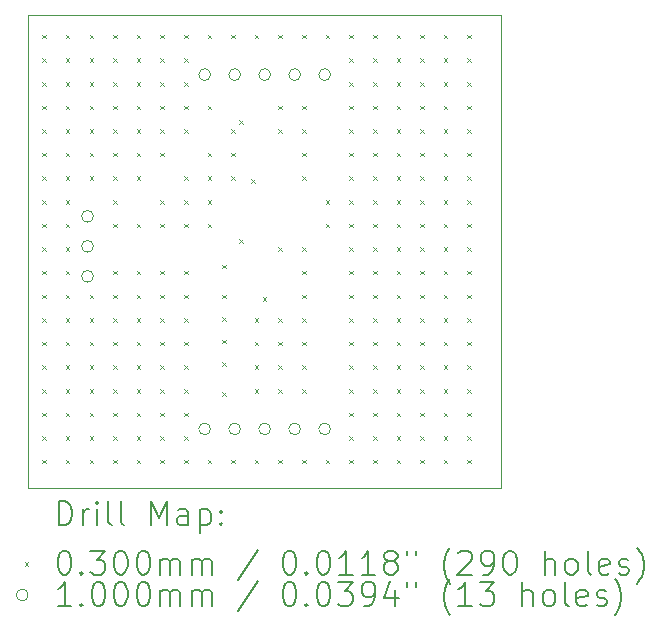
<source format=gbr>
%TF.GenerationSoftware,KiCad,Pcbnew,8.0.6*%
%TF.CreationDate,2025-08-21T09:45:11+02:00*%
%TF.ProjectId,StackBoard_OPA836,53746163-6b42-46f6-9172-645f4f504138,rev?*%
%TF.SameCoordinates,Original*%
%TF.FileFunction,Drillmap*%
%TF.FilePolarity,Positive*%
%FSLAX45Y45*%
G04 Gerber Fmt 4.5, Leading zero omitted, Abs format (unit mm)*
G04 Created by KiCad (PCBNEW 8.0.6) date 2025-08-21 09:45:11*
%MOMM*%
%LPD*%
G01*
G04 APERTURE LIST*
%ADD10C,0.050000*%
%ADD11C,0.200000*%
%ADD12C,0.100000*%
G04 APERTURE END LIST*
D10*
X14600000Y-10700000D02*
X18600000Y-10700000D01*
X18600000Y-14700000D01*
X14600000Y-14700000D01*
X14600000Y-10700000D01*
D11*
D12*
X14717000Y-10863000D02*
X14747000Y-10893000D01*
X14747000Y-10863000D02*
X14717000Y-10893000D01*
X14717000Y-11063000D02*
X14747000Y-11093000D01*
X14747000Y-11063000D02*
X14717000Y-11093000D01*
X14717000Y-11263000D02*
X14747000Y-11293000D01*
X14747000Y-11263000D02*
X14717000Y-11293000D01*
X14717000Y-11463000D02*
X14747000Y-11493000D01*
X14747000Y-11463000D02*
X14717000Y-11493000D01*
X14717000Y-11663000D02*
X14747000Y-11693000D01*
X14747000Y-11663000D02*
X14717000Y-11693000D01*
X14717000Y-11863000D02*
X14747000Y-11893000D01*
X14747000Y-11863000D02*
X14717000Y-11893000D01*
X14717000Y-12063000D02*
X14747000Y-12093000D01*
X14747000Y-12063000D02*
X14717000Y-12093000D01*
X14717000Y-12263000D02*
X14747000Y-12293000D01*
X14747000Y-12263000D02*
X14717000Y-12293000D01*
X14717000Y-12463000D02*
X14747000Y-12493000D01*
X14747000Y-12463000D02*
X14717000Y-12493000D01*
X14717000Y-12663000D02*
X14747000Y-12693000D01*
X14747000Y-12663000D02*
X14717000Y-12693000D01*
X14717000Y-12863000D02*
X14747000Y-12893000D01*
X14747000Y-12863000D02*
X14717000Y-12893000D01*
X14717000Y-13063000D02*
X14747000Y-13093000D01*
X14747000Y-13063000D02*
X14717000Y-13093000D01*
X14717000Y-13263000D02*
X14747000Y-13293000D01*
X14747000Y-13263000D02*
X14717000Y-13293000D01*
X14717000Y-13463000D02*
X14747000Y-13493000D01*
X14747000Y-13463000D02*
X14717000Y-13493000D01*
X14717000Y-13663000D02*
X14747000Y-13693000D01*
X14747000Y-13663000D02*
X14717000Y-13693000D01*
X14717000Y-13863000D02*
X14747000Y-13893000D01*
X14747000Y-13863000D02*
X14717000Y-13893000D01*
X14717000Y-14063000D02*
X14747000Y-14093000D01*
X14747000Y-14063000D02*
X14717000Y-14093000D01*
X14717000Y-14263000D02*
X14747000Y-14293000D01*
X14747000Y-14263000D02*
X14717000Y-14293000D01*
X14717000Y-14463000D02*
X14747000Y-14493000D01*
X14747000Y-14463000D02*
X14717000Y-14493000D01*
X14917000Y-10863000D02*
X14947000Y-10893000D01*
X14947000Y-10863000D02*
X14917000Y-10893000D01*
X14917000Y-11063000D02*
X14947000Y-11093000D01*
X14947000Y-11063000D02*
X14917000Y-11093000D01*
X14917000Y-11263000D02*
X14947000Y-11293000D01*
X14947000Y-11263000D02*
X14917000Y-11293000D01*
X14917000Y-11463000D02*
X14947000Y-11493000D01*
X14947000Y-11463000D02*
X14917000Y-11493000D01*
X14917000Y-11663000D02*
X14947000Y-11693000D01*
X14947000Y-11663000D02*
X14917000Y-11693000D01*
X14917000Y-11863000D02*
X14947000Y-11893000D01*
X14947000Y-11863000D02*
X14917000Y-11893000D01*
X14917000Y-12063000D02*
X14947000Y-12093000D01*
X14947000Y-12063000D02*
X14917000Y-12093000D01*
X14917000Y-12263000D02*
X14947000Y-12293000D01*
X14947000Y-12263000D02*
X14917000Y-12293000D01*
X14917000Y-12463000D02*
X14947000Y-12493000D01*
X14947000Y-12463000D02*
X14917000Y-12493000D01*
X14917000Y-12663000D02*
X14947000Y-12693000D01*
X14947000Y-12663000D02*
X14917000Y-12693000D01*
X14917000Y-12863000D02*
X14947000Y-12893000D01*
X14947000Y-12863000D02*
X14917000Y-12893000D01*
X14917000Y-13063000D02*
X14947000Y-13093000D01*
X14947000Y-13063000D02*
X14917000Y-13093000D01*
X14917000Y-13263000D02*
X14947000Y-13293000D01*
X14947000Y-13263000D02*
X14917000Y-13293000D01*
X14917000Y-13463000D02*
X14947000Y-13493000D01*
X14947000Y-13463000D02*
X14917000Y-13493000D01*
X14917000Y-13663000D02*
X14947000Y-13693000D01*
X14947000Y-13663000D02*
X14917000Y-13693000D01*
X14917000Y-13863000D02*
X14947000Y-13893000D01*
X14947000Y-13863000D02*
X14917000Y-13893000D01*
X14917000Y-14063000D02*
X14947000Y-14093000D01*
X14947000Y-14063000D02*
X14917000Y-14093000D01*
X14917000Y-14263000D02*
X14947000Y-14293000D01*
X14947000Y-14263000D02*
X14917000Y-14293000D01*
X14917000Y-14463000D02*
X14947000Y-14493000D01*
X14947000Y-14463000D02*
X14917000Y-14493000D01*
X15117000Y-10863000D02*
X15147000Y-10893000D01*
X15147000Y-10863000D02*
X15117000Y-10893000D01*
X15117000Y-11063000D02*
X15147000Y-11093000D01*
X15147000Y-11063000D02*
X15117000Y-11093000D01*
X15117000Y-11263000D02*
X15147000Y-11293000D01*
X15147000Y-11263000D02*
X15117000Y-11293000D01*
X15117000Y-11463000D02*
X15147000Y-11493000D01*
X15147000Y-11463000D02*
X15117000Y-11493000D01*
X15117000Y-11663000D02*
X15147000Y-11693000D01*
X15147000Y-11663000D02*
X15117000Y-11693000D01*
X15117000Y-11863000D02*
X15147000Y-11893000D01*
X15147000Y-11863000D02*
X15117000Y-11893000D01*
X15117000Y-12063000D02*
X15147000Y-12093000D01*
X15147000Y-12063000D02*
X15117000Y-12093000D01*
X15117000Y-13063000D02*
X15147000Y-13093000D01*
X15147000Y-13063000D02*
X15117000Y-13093000D01*
X15117000Y-13263000D02*
X15147000Y-13293000D01*
X15147000Y-13263000D02*
X15117000Y-13293000D01*
X15117000Y-13463000D02*
X15147000Y-13493000D01*
X15147000Y-13463000D02*
X15117000Y-13493000D01*
X15117000Y-13663000D02*
X15147000Y-13693000D01*
X15147000Y-13663000D02*
X15117000Y-13693000D01*
X15117000Y-13863000D02*
X15147000Y-13893000D01*
X15147000Y-13863000D02*
X15117000Y-13893000D01*
X15117000Y-14063000D02*
X15147000Y-14093000D01*
X15147000Y-14063000D02*
X15117000Y-14093000D01*
X15117000Y-14263000D02*
X15147000Y-14293000D01*
X15147000Y-14263000D02*
X15117000Y-14293000D01*
X15117000Y-14463000D02*
X15147000Y-14493000D01*
X15147000Y-14463000D02*
X15117000Y-14493000D01*
X15317000Y-10863000D02*
X15347000Y-10893000D01*
X15347000Y-10863000D02*
X15317000Y-10893000D01*
X15317000Y-11063000D02*
X15347000Y-11093000D01*
X15347000Y-11063000D02*
X15317000Y-11093000D01*
X15317000Y-11263000D02*
X15347000Y-11293000D01*
X15347000Y-11263000D02*
X15317000Y-11293000D01*
X15317000Y-11463000D02*
X15347000Y-11493000D01*
X15347000Y-11463000D02*
X15317000Y-11493000D01*
X15317000Y-11663000D02*
X15347000Y-11693000D01*
X15347000Y-11663000D02*
X15317000Y-11693000D01*
X15317000Y-11863000D02*
X15347000Y-11893000D01*
X15347000Y-11863000D02*
X15317000Y-11893000D01*
X15317000Y-12063000D02*
X15347000Y-12093000D01*
X15347000Y-12063000D02*
X15317000Y-12093000D01*
X15317000Y-12263000D02*
X15347000Y-12293000D01*
X15347000Y-12263000D02*
X15317000Y-12293000D01*
X15317000Y-12463000D02*
X15347000Y-12493000D01*
X15347000Y-12463000D02*
X15317000Y-12493000D01*
X15317000Y-12863000D02*
X15347000Y-12893000D01*
X15347000Y-12863000D02*
X15317000Y-12893000D01*
X15317000Y-13063000D02*
X15347000Y-13093000D01*
X15347000Y-13063000D02*
X15317000Y-13093000D01*
X15317000Y-13263000D02*
X15347000Y-13293000D01*
X15347000Y-13263000D02*
X15317000Y-13293000D01*
X15317000Y-13463000D02*
X15347000Y-13493000D01*
X15347000Y-13463000D02*
X15317000Y-13493000D01*
X15317000Y-13663000D02*
X15347000Y-13693000D01*
X15347000Y-13663000D02*
X15317000Y-13693000D01*
X15317000Y-13863000D02*
X15347000Y-13893000D01*
X15347000Y-13863000D02*
X15317000Y-13893000D01*
X15317000Y-14063000D02*
X15347000Y-14093000D01*
X15347000Y-14063000D02*
X15317000Y-14093000D01*
X15317000Y-14263000D02*
X15347000Y-14293000D01*
X15347000Y-14263000D02*
X15317000Y-14293000D01*
X15317000Y-14463000D02*
X15347000Y-14493000D01*
X15347000Y-14463000D02*
X15317000Y-14493000D01*
X15517000Y-10863000D02*
X15547000Y-10893000D01*
X15547000Y-10863000D02*
X15517000Y-10893000D01*
X15517000Y-11063000D02*
X15547000Y-11093000D01*
X15547000Y-11063000D02*
X15517000Y-11093000D01*
X15517000Y-11263000D02*
X15547000Y-11293000D01*
X15547000Y-11263000D02*
X15517000Y-11293000D01*
X15517000Y-11463000D02*
X15547000Y-11493000D01*
X15547000Y-11463000D02*
X15517000Y-11493000D01*
X15517000Y-11663000D02*
X15547000Y-11693000D01*
X15547000Y-11663000D02*
X15517000Y-11693000D01*
X15517000Y-11863000D02*
X15547000Y-11893000D01*
X15547000Y-11863000D02*
X15517000Y-11893000D01*
X15517000Y-12063000D02*
X15547000Y-12093000D01*
X15547000Y-12063000D02*
X15517000Y-12093000D01*
X15517000Y-12463000D02*
X15547000Y-12493000D01*
X15547000Y-12463000D02*
X15517000Y-12493000D01*
X15517000Y-12863000D02*
X15547000Y-12893000D01*
X15547000Y-12863000D02*
X15517000Y-12893000D01*
X15517000Y-13063000D02*
X15547000Y-13093000D01*
X15547000Y-13063000D02*
X15517000Y-13093000D01*
X15517000Y-13263000D02*
X15547000Y-13293000D01*
X15547000Y-13263000D02*
X15517000Y-13293000D01*
X15517000Y-13463000D02*
X15547000Y-13493000D01*
X15547000Y-13463000D02*
X15517000Y-13493000D01*
X15517000Y-13663000D02*
X15547000Y-13693000D01*
X15547000Y-13663000D02*
X15517000Y-13693000D01*
X15517000Y-13863000D02*
X15547000Y-13893000D01*
X15547000Y-13863000D02*
X15517000Y-13893000D01*
X15517000Y-14063000D02*
X15547000Y-14093000D01*
X15547000Y-14063000D02*
X15517000Y-14093000D01*
X15517000Y-14263000D02*
X15547000Y-14293000D01*
X15547000Y-14263000D02*
X15517000Y-14293000D01*
X15517000Y-14463000D02*
X15547000Y-14493000D01*
X15547000Y-14463000D02*
X15517000Y-14493000D01*
X15717000Y-10863000D02*
X15747000Y-10893000D01*
X15747000Y-10863000D02*
X15717000Y-10893000D01*
X15717000Y-11063000D02*
X15747000Y-11093000D01*
X15747000Y-11063000D02*
X15717000Y-11093000D01*
X15717000Y-11263000D02*
X15747000Y-11293000D01*
X15747000Y-11263000D02*
X15717000Y-11293000D01*
X15717000Y-11463000D02*
X15747000Y-11493000D01*
X15747000Y-11463000D02*
X15717000Y-11493000D01*
X15717000Y-11663000D02*
X15747000Y-11693000D01*
X15747000Y-11663000D02*
X15717000Y-11693000D01*
X15717000Y-11863000D02*
X15747000Y-11893000D01*
X15747000Y-11863000D02*
X15717000Y-11893000D01*
X15717000Y-12263000D02*
X15747000Y-12293000D01*
X15747000Y-12263000D02*
X15717000Y-12293000D01*
X15717000Y-12463000D02*
X15747000Y-12493000D01*
X15747000Y-12463000D02*
X15717000Y-12493000D01*
X15717000Y-12863000D02*
X15747000Y-12893000D01*
X15747000Y-12863000D02*
X15717000Y-12893000D01*
X15717000Y-13063000D02*
X15747000Y-13093000D01*
X15747000Y-13063000D02*
X15717000Y-13093000D01*
X15717000Y-13263000D02*
X15747000Y-13293000D01*
X15747000Y-13263000D02*
X15717000Y-13293000D01*
X15717000Y-13463000D02*
X15747000Y-13493000D01*
X15747000Y-13463000D02*
X15717000Y-13493000D01*
X15717000Y-13663000D02*
X15747000Y-13693000D01*
X15747000Y-13663000D02*
X15717000Y-13693000D01*
X15717000Y-13863000D02*
X15747000Y-13893000D01*
X15747000Y-13863000D02*
X15717000Y-13893000D01*
X15717000Y-14063000D02*
X15747000Y-14093000D01*
X15747000Y-14063000D02*
X15717000Y-14093000D01*
X15717000Y-14263000D02*
X15747000Y-14293000D01*
X15747000Y-14263000D02*
X15717000Y-14293000D01*
X15717000Y-14463000D02*
X15747000Y-14493000D01*
X15747000Y-14463000D02*
X15717000Y-14493000D01*
X15917000Y-10863000D02*
X15947000Y-10893000D01*
X15947000Y-10863000D02*
X15917000Y-10893000D01*
X15917000Y-11063000D02*
X15947000Y-11093000D01*
X15947000Y-11063000D02*
X15917000Y-11093000D01*
X15917000Y-11263000D02*
X15947000Y-11293000D01*
X15947000Y-11263000D02*
X15917000Y-11293000D01*
X15917000Y-11463000D02*
X15947000Y-11493000D01*
X15947000Y-11463000D02*
X15917000Y-11493000D01*
X15917000Y-11663000D02*
X15947000Y-11693000D01*
X15947000Y-11663000D02*
X15917000Y-11693000D01*
X15917000Y-12063000D02*
X15947000Y-12093000D01*
X15947000Y-12063000D02*
X15917000Y-12093000D01*
X15917000Y-12263000D02*
X15947000Y-12293000D01*
X15947000Y-12263000D02*
X15917000Y-12293000D01*
X15917000Y-12463000D02*
X15947000Y-12493000D01*
X15947000Y-12463000D02*
X15917000Y-12493000D01*
X15917000Y-12863000D02*
X15947000Y-12893000D01*
X15947000Y-12863000D02*
X15917000Y-12893000D01*
X15917000Y-13063000D02*
X15947000Y-13093000D01*
X15947000Y-13063000D02*
X15917000Y-13093000D01*
X15917000Y-13263000D02*
X15947000Y-13293000D01*
X15947000Y-13263000D02*
X15917000Y-13293000D01*
X15917000Y-13463000D02*
X15947000Y-13493000D01*
X15947000Y-13463000D02*
X15917000Y-13493000D01*
X15917000Y-13663000D02*
X15947000Y-13693000D01*
X15947000Y-13663000D02*
X15917000Y-13693000D01*
X15917000Y-13863000D02*
X15947000Y-13893000D01*
X15947000Y-13863000D02*
X15917000Y-13893000D01*
X15917000Y-14063000D02*
X15947000Y-14093000D01*
X15947000Y-14063000D02*
X15917000Y-14093000D01*
X15917000Y-14263000D02*
X15947000Y-14293000D01*
X15947000Y-14263000D02*
X15917000Y-14293000D01*
X15917000Y-14463000D02*
X15947000Y-14493000D01*
X15947000Y-14463000D02*
X15917000Y-14493000D01*
X16117000Y-10863000D02*
X16147000Y-10893000D01*
X16147000Y-10863000D02*
X16117000Y-10893000D01*
X16117000Y-11463000D02*
X16147000Y-11493000D01*
X16147000Y-11463000D02*
X16117000Y-11493000D01*
X16117000Y-11863000D02*
X16147000Y-11893000D01*
X16147000Y-11863000D02*
X16117000Y-11893000D01*
X16117000Y-12063000D02*
X16147000Y-12093000D01*
X16147000Y-12063000D02*
X16117000Y-12093000D01*
X16117000Y-12263000D02*
X16147000Y-12293000D01*
X16147000Y-12263000D02*
X16117000Y-12293000D01*
X16117000Y-12463000D02*
X16147000Y-12493000D01*
X16147000Y-12463000D02*
X16117000Y-12493000D01*
X16117000Y-14463000D02*
X16147000Y-14493000D01*
X16147000Y-14463000D02*
X16117000Y-14493000D01*
X16241000Y-12812000D02*
X16271000Y-12842000D01*
X16271000Y-12812000D02*
X16241000Y-12842000D01*
X16241000Y-13066000D02*
X16271000Y-13096000D01*
X16271000Y-13066000D02*
X16241000Y-13096000D01*
X16241000Y-13256500D02*
X16271000Y-13286500D01*
X16271000Y-13256500D02*
X16241000Y-13286500D01*
X16241000Y-13447000D02*
X16271000Y-13477000D01*
X16271000Y-13447000D02*
X16241000Y-13477000D01*
X16241000Y-13637500D02*
X16271000Y-13667500D01*
X16271000Y-13637500D02*
X16241000Y-13667500D01*
X16241000Y-13891500D02*
X16271000Y-13921500D01*
X16271000Y-13891500D02*
X16241000Y-13921500D01*
X16317000Y-10863000D02*
X16347000Y-10893000D01*
X16347000Y-10863000D02*
X16317000Y-10893000D01*
X16317000Y-11663000D02*
X16347000Y-11693000D01*
X16347000Y-11663000D02*
X16317000Y-11693000D01*
X16317000Y-11863000D02*
X16347000Y-11893000D01*
X16347000Y-11863000D02*
X16317000Y-11893000D01*
X16317000Y-12063000D02*
X16347000Y-12093000D01*
X16347000Y-12063000D02*
X16317000Y-12093000D01*
X16317000Y-14463000D02*
X16347000Y-14493000D01*
X16347000Y-14463000D02*
X16317000Y-14493000D01*
X16385000Y-11585000D02*
X16415000Y-11615000D01*
X16415000Y-11585000D02*
X16385000Y-11615000D01*
X16385533Y-12595533D02*
X16415533Y-12625533D01*
X16415533Y-12595533D02*
X16385533Y-12625533D01*
X16485000Y-12085000D02*
X16515000Y-12115000D01*
X16515000Y-12085000D02*
X16485000Y-12115000D01*
X16517000Y-10863000D02*
X16547000Y-10893000D01*
X16547000Y-10863000D02*
X16517000Y-10893000D01*
X16517000Y-13263000D02*
X16547000Y-13293000D01*
X16547000Y-13263000D02*
X16517000Y-13293000D01*
X16517000Y-13463000D02*
X16547000Y-13493000D01*
X16547000Y-13463000D02*
X16517000Y-13493000D01*
X16517000Y-13663000D02*
X16547000Y-13693000D01*
X16547000Y-13663000D02*
X16517000Y-13693000D01*
X16517000Y-13863000D02*
X16547000Y-13893000D01*
X16547000Y-13863000D02*
X16517000Y-13893000D01*
X16517000Y-14463000D02*
X16547000Y-14493000D01*
X16547000Y-14463000D02*
X16517000Y-14493000D01*
X16585000Y-13085000D02*
X16615000Y-13115000D01*
X16615000Y-13085000D02*
X16585000Y-13115000D01*
X16717000Y-10863000D02*
X16747000Y-10893000D01*
X16747000Y-10863000D02*
X16717000Y-10893000D01*
X16717000Y-11463000D02*
X16747000Y-11493000D01*
X16747000Y-11463000D02*
X16717000Y-11493000D01*
X16717000Y-11663000D02*
X16747000Y-11693000D01*
X16747000Y-11663000D02*
X16717000Y-11693000D01*
X16717000Y-12663000D02*
X16747000Y-12693000D01*
X16747000Y-12663000D02*
X16717000Y-12693000D01*
X16717000Y-13263000D02*
X16747000Y-13293000D01*
X16747000Y-13263000D02*
X16717000Y-13293000D01*
X16717000Y-13463000D02*
X16747000Y-13493000D01*
X16747000Y-13463000D02*
X16717000Y-13493000D01*
X16717000Y-13663000D02*
X16747000Y-13693000D01*
X16747000Y-13663000D02*
X16717000Y-13693000D01*
X16717000Y-13863000D02*
X16747000Y-13893000D01*
X16747000Y-13863000D02*
X16717000Y-13893000D01*
X16717000Y-14463000D02*
X16747000Y-14493000D01*
X16747000Y-14463000D02*
X16717000Y-14493000D01*
X16917000Y-10863000D02*
X16947000Y-10893000D01*
X16947000Y-10863000D02*
X16917000Y-10893000D01*
X16917000Y-11463000D02*
X16947000Y-11493000D01*
X16947000Y-11463000D02*
X16917000Y-11493000D01*
X16917000Y-11663000D02*
X16947000Y-11693000D01*
X16947000Y-11663000D02*
X16917000Y-11693000D01*
X16917000Y-11863000D02*
X16947000Y-11893000D01*
X16947000Y-11863000D02*
X16917000Y-11893000D01*
X16917000Y-12063000D02*
X16947000Y-12093000D01*
X16947000Y-12063000D02*
X16917000Y-12093000D01*
X16917000Y-12663000D02*
X16947000Y-12693000D01*
X16947000Y-12663000D02*
X16917000Y-12693000D01*
X16917000Y-12863000D02*
X16947000Y-12893000D01*
X16947000Y-12863000D02*
X16917000Y-12893000D01*
X16917000Y-13063000D02*
X16947000Y-13093000D01*
X16947000Y-13063000D02*
X16917000Y-13093000D01*
X16917000Y-13263000D02*
X16947000Y-13293000D01*
X16947000Y-13263000D02*
X16917000Y-13293000D01*
X16917000Y-13463000D02*
X16947000Y-13493000D01*
X16947000Y-13463000D02*
X16917000Y-13493000D01*
X16917000Y-13663000D02*
X16947000Y-13693000D01*
X16947000Y-13663000D02*
X16917000Y-13693000D01*
X16917000Y-13863000D02*
X16947000Y-13893000D01*
X16947000Y-13863000D02*
X16917000Y-13893000D01*
X16917000Y-14463000D02*
X16947000Y-14493000D01*
X16947000Y-14463000D02*
X16917000Y-14493000D01*
X17117000Y-10863000D02*
X17147000Y-10893000D01*
X17147000Y-10863000D02*
X17117000Y-10893000D01*
X17117000Y-12263000D02*
X17147000Y-12293000D01*
X17147000Y-12263000D02*
X17117000Y-12293000D01*
X17117000Y-12463000D02*
X17147000Y-12493000D01*
X17147000Y-12463000D02*
X17117000Y-12493000D01*
X17117000Y-14463000D02*
X17147000Y-14493000D01*
X17147000Y-14463000D02*
X17117000Y-14493000D01*
X17317000Y-10863000D02*
X17347000Y-10893000D01*
X17347000Y-10863000D02*
X17317000Y-10893000D01*
X17317000Y-11063000D02*
X17347000Y-11093000D01*
X17347000Y-11063000D02*
X17317000Y-11093000D01*
X17317000Y-11263000D02*
X17347000Y-11293000D01*
X17347000Y-11263000D02*
X17317000Y-11293000D01*
X17317000Y-11463000D02*
X17347000Y-11493000D01*
X17347000Y-11463000D02*
X17317000Y-11493000D01*
X17317000Y-11663000D02*
X17347000Y-11693000D01*
X17347000Y-11663000D02*
X17317000Y-11693000D01*
X17317000Y-11863000D02*
X17347000Y-11893000D01*
X17347000Y-11863000D02*
X17317000Y-11893000D01*
X17317000Y-12063000D02*
X17347000Y-12093000D01*
X17347000Y-12063000D02*
X17317000Y-12093000D01*
X17317000Y-12263000D02*
X17347000Y-12293000D01*
X17347000Y-12263000D02*
X17317000Y-12293000D01*
X17317000Y-12463000D02*
X17347000Y-12493000D01*
X17347000Y-12463000D02*
X17317000Y-12493000D01*
X17317000Y-12663000D02*
X17347000Y-12693000D01*
X17347000Y-12663000D02*
X17317000Y-12693000D01*
X17317000Y-12863000D02*
X17347000Y-12893000D01*
X17347000Y-12863000D02*
X17317000Y-12893000D01*
X17317000Y-13063000D02*
X17347000Y-13093000D01*
X17347000Y-13063000D02*
X17317000Y-13093000D01*
X17317000Y-13263000D02*
X17347000Y-13293000D01*
X17347000Y-13263000D02*
X17317000Y-13293000D01*
X17317000Y-13463000D02*
X17347000Y-13493000D01*
X17347000Y-13463000D02*
X17317000Y-13493000D01*
X17317000Y-13663000D02*
X17347000Y-13693000D01*
X17347000Y-13663000D02*
X17317000Y-13693000D01*
X17317000Y-13863000D02*
X17347000Y-13893000D01*
X17347000Y-13863000D02*
X17317000Y-13893000D01*
X17317000Y-14063000D02*
X17347000Y-14093000D01*
X17347000Y-14063000D02*
X17317000Y-14093000D01*
X17317000Y-14263000D02*
X17347000Y-14293000D01*
X17347000Y-14263000D02*
X17317000Y-14293000D01*
X17317000Y-14463000D02*
X17347000Y-14493000D01*
X17347000Y-14463000D02*
X17317000Y-14493000D01*
X17517000Y-10863000D02*
X17547000Y-10893000D01*
X17547000Y-10863000D02*
X17517000Y-10893000D01*
X17517000Y-11063000D02*
X17547000Y-11093000D01*
X17547000Y-11063000D02*
X17517000Y-11093000D01*
X17517000Y-11263000D02*
X17547000Y-11293000D01*
X17547000Y-11263000D02*
X17517000Y-11293000D01*
X17517000Y-11463000D02*
X17547000Y-11493000D01*
X17547000Y-11463000D02*
X17517000Y-11493000D01*
X17517000Y-11663000D02*
X17547000Y-11693000D01*
X17547000Y-11663000D02*
X17517000Y-11693000D01*
X17517000Y-11863000D02*
X17547000Y-11893000D01*
X17547000Y-11863000D02*
X17517000Y-11893000D01*
X17517000Y-12063000D02*
X17547000Y-12093000D01*
X17547000Y-12063000D02*
X17517000Y-12093000D01*
X17517000Y-12263000D02*
X17547000Y-12293000D01*
X17547000Y-12263000D02*
X17517000Y-12293000D01*
X17517000Y-12463000D02*
X17547000Y-12493000D01*
X17547000Y-12463000D02*
X17517000Y-12493000D01*
X17517000Y-12663000D02*
X17547000Y-12693000D01*
X17547000Y-12663000D02*
X17517000Y-12693000D01*
X17517000Y-12863000D02*
X17547000Y-12893000D01*
X17547000Y-12863000D02*
X17517000Y-12893000D01*
X17517000Y-13063000D02*
X17547000Y-13093000D01*
X17547000Y-13063000D02*
X17517000Y-13093000D01*
X17517000Y-13263000D02*
X17547000Y-13293000D01*
X17547000Y-13263000D02*
X17517000Y-13293000D01*
X17517000Y-13463000D02*
X17547000Y-13493000D01*
X17547000Y-13463000D02*
X17517000Y-13493000D01*
X17517000Y-13663000D02*
X17547000Y-13693000D01*
X17547000Y-13663000D02*
X17517000Y-13693000D01*
X17517000Y-13863000D02*
X17547000Y-13893000D01*
X17547000Y-13863000D02*
X17517000Y-13893000D01*
X17517000Y-14063000D02*
X17547000Y-14093000D01*
X17547000Y-14063000D02*
X17517000Y-14093000D01*
X17517000Y-14263000D02*
X17547000Y-14293000D01*
X17547000Y-14263000D02*
X17517000Y-14293000D01*
X17517000Y-14463000D02*
X17547000Y-14493000D01*
X17547000Y-14463000D02*
X17517000Y-14493000D01*
X17717000Y-10863000D02*
X17747000Y-10893000D01*
X17747000Y-10863000D02*
X17717000Y-10893000D01*
X17717000Y-11063000D02*
X17747000Y-11093000D01*
X17747000Y-11063000D02*
X17717000Y-11093000D01*
X17717000Y-11263000D02*
X17747000Y-11293000D01*
X17747000Y-11263000D02*
X17717000Y-11293000D01*
X17717000Y-11463000D02*
X17747000Y-11493000D01*
X17747000Y-11463000D02*
X17717000Y-11493000D01*
X17717000Y-11663000D02*
X17747000Y-11693000D01*
X17747000Y-11663000D02*
X17717000Y-11693000D01*
X17717000Y-11863000D02*
X17747000Y-11893000D01*
X17747000Y-11863000D02*
X17717000Y-11893000D01*
X17717000Y-12063000D02*
X17747000Y-12093000D01*
X17747000Y-12063000D02*
X17717000Y-12093000D01*
X17717000Y-12263000D02*
X17747000Y-12293000D01*
X17747000Y-12263000D02*
X17717000Y-12293000D01*
X17717000Y-12463000D02*
X17747000Y-12493000D01*
X17747000Y-12463000D02*
X17717000Y-12493000D01*
X17717000Y-12663000D02*
X17747000Y-12693000D01*
X17747000Y-12663000D02*
X17717000Y-12693000D01*
X17717000Y-12863000D02*
X17747000Y-12893000D01*
X17747000Y-12863000D02*
X17717000Y-12893000D01*
X17717000Y-13063000D02*
X17747000Y-13093000D01*
X17747000Y-13063000D02*
X17717000Y-13093000D01*
X17717000Y-13263000D02*
X17747000Y-13293000D01*
X17747000Y-13263000D02*
X17717000Y-13293000D01*
X17717000Y-13463000D02*
X17747000Y-13493000D01*
X17747000Y-13463000D02*
X17717000Y-13493000D01*
X17717000Y-13663000D02*
X17747000Y-13693000D01*
X17747000Y-13663000D02*
X17717000Y-13693000D01*
X17717000Y-13863000D02*
X17747000Y-13893000D01*
X17747000Y-13863000D02*
X17717000Y-13893000D01*
X17717000Y-14063000D02*
X17747000Y-14093000D01*
X17747000Y-14063000D02*
X17717000Y-14093000D01*
X17717000Y-14263000D02*
X17747000Y-14293000D01*
X17747000Y-14263000D02*
X17717000Y-14293000D01*
X17717000Y-14463000D02*
X17747000Y-14493000D01*
X17747000Y-14463000D02*
X17717000Y-14493000D01*
X17917000Y-10863000D02*
X17947000Y-10893000D01*
X17947000Y-10863000D02*
X17917000Y-10893000D01*
X17917000Y-11063000D02*
X17947000Y-11093000D01*
X17947000Y-11063000D02*
X17917000Y-11093000D01*
X17917000Y-11263000D02*
X17947000Y-11293000D01*
X17947000Y-11263000D02*
X17917000Y-11293000D01*
X17917000Y-11463000D02*
X17947000Y-11493000D01*
X17947000Y-11463000D02*
X17917000Y-11493000D01*
X17917000Y-11663000D02*
X17947000Y-11693000D01*
X17947000Y-11663000D02*
X17917000Y-11693000D01*
X17917000Y-11863000D02*
X17947000Y-11893000D01*
X17947000Y-11863000D02*
X17917000Y-11893000D01*
X17917000Y-12063000D02*
X17947000Y-12093000D01*
X17947000Y-12063000D02*
X17917000Y-12093000D01*
X17917000Y-12263000D02*
X17947000Y-12293000D01*
X17947000Y-12263000D02*
X17917000Y-12293000D01*
X17917000Y-12463000D02*
X17947000Y-12493000D01*
X17947000Y-12463000D02*
X17917000Y-12493000D01*
X17917000Y-12663000D02*
X17947000Y-12693000D01*
X17947000Y-12663000D02*
X17917000Y-12693000D01*
X17917000Y-12863000D02*
X17947000Y-12893000D01*
X17947000Y-12863000D02*
X17917000Y-12893000D01*
X17917000Y-13063000D02*
X17947000Y-13093000D01*
X17947000Y-13063000D02*
X17917000Y-13093000D01*
X17917000Y-13263000D02*
X17947000Y-13293000D01*
X17947000Y-13263000D02*
X17917000Y-13293000D01*
X17917000Y-13463000D02*
X17947000Y-13493000D01*
X17947000Y-13463000D02*
X17917000Y-13493000D01*
X17917000Y-13663000D02*
X17947000Y-13693000D01*
X17947000Y-13663000D02*
X17917000Y-13693000D01*
X17917000Y-13863000D02*
X17947000Y-13893000D01*
X17947000Y-13863000D02*
X17917000Y-13893000D01*
X17917000Y-14063000D02*
X17947000Y-14093000D01*
X17947000Y-14063000D02*
X17917000Y-14093000D01*
X17917000Y-14263000D02*
X17947000Y-14293000D01*
X17947000Y-14263000D02*
X17917000Y-14293000D01*
X17917000Y-14463000D02*
X17947000Y-14493000D01*
X17947000Y-14463000D02*
X17917000Y-14493000D01*
X18117000Y-10863000D02*
X18147000Y-10893000D01*
X18147000Y-10863000D02*
X18117000Y-10893000D01*
X18117000Y-11063000D02*
X18147000Y-11093000D01*
X18147000Y-11063000D02*
X18117000Y-11093000D01*
X18117000Y-11263000D02*
X18147000Y-11293000D01*
X18147000Y-11263000D02*
X18117000Y-11293000D01*
X18117000Y-11463000D02*
X18147000Y-11493000D01*
X18147000Y-11463000D02*
X18117000Y-11493000D01*
X18117000Y-11663000D02*
X18147000Y-11693000D01*
X18147000Y-11663000D02*
X18117000Y-11693000D01*
X18117000Y-11863000D02*
X18147000Y-11893000D01*
X18147000Y-11863000D02*
X18117000Y-11893000D01*
X18117000Y-12063000D02*
X18147000Y-12093000D01*
X18147000Y-12063000D02*
X18117000Y-12093000D01*
X18117000Y-12263000D02*
X18147000Y-12293000D01*
X18147000Y-12263000D02*
X18117000Y-12293000D01*
X18117000Y-12463000D02*
X18147000Y-12493000D01*
X18147000Y-12463000D02*
X18117000Y-12493000D01*
X18117000Y-12663000D02*
X18147000Y-12693000D01*
X18147000Y-12663000D02*
X18117000Y-12693000D01*
X18117000Y-12863000D02*
X18147000Y-12893000D01*
X18147000Y-12863000D02*
X18117000Y-12893000D01*
X18117000Y-13063000D02*
X18147000Y-13093000D01*
X18147000Y-13063000D02*
X18117000Y-13093000D01*
X18117000Y-13263000D02*
X18147000Y-13293000D01*
X18147000Y-13263000D02*
X18117000Y-13293000D01*
X18117000Y-13463000D02*
X18147000Y-13493000D01*
X18147000Y-13463000D02*
X18117000Y-13493000D01*
X18117000Y-13663000D02*
X18147000Y-13693000D01*
X18147000Y-13663000D02*
X18117000Y-13693000D01*
X18117000Y-13863000D02*
X18147000Y-13893000D01*
X18147000Y-13863000D02*
X18117000Y-13893000D01*
X18117000Y-14063000D02*
X18147000Y-14093000D01*
X18147000Y-14063000D02*
X18117000Y-14093000D01*
X18117000Y-14263000D02*
X18147000Y-14293000D01*
X18147000Y-14263000D02*
X18117000Y-14293000D01*
X18117000Y-14463000D02*
X18147000Y-14493000D01*
X18147000Y-14463000D02*
X18117000Y-14493000D01*
X18317000Y-10863000D02*
X18347000Y-10893000D01*
X18347000Y-10863000D02*
X18317000Y-10893000D01*
X18317000Y-11063000D02*
X18347000Y-11093000D01*
X18347000Y-11063000D02*
X18317000Y-11093000D01*
X18317000Y-11263000D02*
X18347000Y-11293000D01*
X18347000Y-11263000D02*
X18317000Y-11293000D01*
X18317000Y-11463000D02*
X18347000Y-11493000D01*
X18347000Y-11463000D02*
X18317000Y-11493000D01*
X18317000Y-11663000D02*
X18347000Y-11693000D01*
X18347000Y-11663000D02*
X18317000Y-11693000D01*
X18317000Y-11863000D02*
X18347000Y-11893000D01*
X18347000Y-11863000D02*
X18317000Y-11893000D01*
X18317000Y-12063000D02*
X18347000Y-12093000D01*
X18347000Y-12063000D02*
X18317000Y-12093000D01*
X18317000Y-12263000D02*
X18347000Y-12293000D01*
X18347000Y-12263000D02*
X18317000Y-12293000D01*
X18317000Y-12463000D02*
X18347000Y-12493000D01*
X18347000Y-12463000D02*
X18317000Y-12493000D01*
X18317000Y-12663000D02*
X18347000Y-12693000D01*
X18347000Y-12663000D02*
X18317000Y-12693000D01*
X18317000Y-12863000D02*
X18347000Y-12893000D01*
X18347000Y-12863000D02*
X18317000Y-12893000D01*
X18317000Y-13063000D02*
X18347000Y-13093000D01*
X18347000Y-13063000D02*
X18317000Y-13093000D01*
X18317000Y-13263000D02*
X18347000Y-13293000D01*
X18347000Y-13263000D02*
X18317000Y-13293000D01*
X18317000Y-13463000D02*
X18347000Y-13493000D01*
X18347000Y-13463000D02*
X18317000Y-13493000D01*
X18317000Y-13663000D02*
X18347000Y-13693000D01*
X18347000Y-13663000D02*
X18317000Y-13693000D01*
X18317000Y-13863000D02*
X18347000Y-13893000D01*
X18347000Y-13863000D02*
X18317000Y-13893000D01*
X18317000Y-14063000D02*
X18347000Y-14093000D01*
X18347000Y-14063000D02*
X18317000Y-14093000D01*
X18317000Y-14263000D02*
X18347000Y-14293000D01*
X18347000Y-14263000D02*
X18317000Y-14293000D01*
X18317000Y-14463000D02*
X18347000Y-14493000D01*
X18347000Y-14463000D02*
X18317000Y-14493000D01*
X15150000Y-12400000D02*
G75*
G02*
X15050000Y-12400000I-50000J0D01*
G01*
X15050000Y-12400000D02*
G75*
G02*
X15150000Y-12400000I50000J0D01*
G01*
X15150000Y-12654000D02*
G75*
G02*
X15050000Y-12654000I-50000J0D01*
G01*
X15050000Y-12654000D02*
G75*
G02*
X15150000Y-12654000I50000J0D01*
G01*
X15150000Y-12908000D02*
G75*
G02*
X15050000Y-12908000I-50000J0D01*
G01*
X15050000Y-12908000D02*
G75*
G02*
X15150000Y-12908000I50000J0D01*
G01*
X16142000Y-11200000D02*
G75*
G02*
X16042000Y-11200000I-50000J0D01*
G01*
X16042000Y-11200000D02*
G75*
G02*
X16142000Y-11200000I50000J0D01*
G01*
X16142000Y-14200000D02*
G75*
G02*
X16042000Y-14200000I-50000J0D01*
G01*
X16042000Y-14200000D02*
G75*
G02*
X16142000Y-14200000I50000J0D01*
G01*
X16396000Y-11200000D02*
G75*
G02*
X16296000Y-11200000I-50000J0D01*
G01*
X16296000Y-11200000D02*
G75*
G02*
X16396000Y-11200000I50000J0D01*
G01*
X16396000Y-14200000D02*
G75*
G02*
X16296000Y-14200000I-50000J0D01*
G01*
X16296000Y-14200000D02*
G75*
G02*
X16396000Y-14200000I50000J0D01*
G01*
X16650000Y-11200000D02*
G75*
G02*
X16550000Y-11200000I-50000J0D01*
G01*
X16550000Y-11200000D02*
G75*
G02*
X16650000Y-11200000I50000J0D01*
G01*
X16650000Y-14200000D02*
G75*
G02*
X16550000Y-14200000I-50000J0D01*
G01*
X16550000Y-14200000D02*
G75*
G02*
X16650000Y-14200000I50000J0D01*
G01*
X16904000Y-11200000D02*
G75*
G02*
X16804000Y-11200000I-50000J0D01*
G01*
X16804000Y-11200000D02*
G75*
G02*
X16904000Y-11200000I50000J0D01*
G01*
X16904000Y-14200000D02*
G75*
G02*
X16804000Y-14200000I-50000J0D01*
G01*
X16804000Y-14200000D02*
G75*
G02*
X16904000Y-14200000I50000J0D01*
G01*
X17158000Y-11200000D02*
G75*
G02*
X17058000Y-11200000I-50000J0D01*
G01*
X17058000Y-11200000D02*
G75*
G02*
X17158000Y-11200000I50000J0D01*
G01*
X17158000Y-14200000D02*
G75*
G02*
X17058000Y-14200000I-50000J0D01*
G01*
X17058000Y-14200000D02*
G75*
G02*
X17158000Y-14200000I50000J0D01*
G01*
D11*
X14858277Y-15013984D02*
X14858277Y-14813984D01*
X14858277Y-14813984D02*
X14905896Y-14813984D01*
X14905896Y-14813984D02*
X14934467Y-14823508D01*
X14934467Y-14823508D02*
X14953515Y-14842555D01*
X14953515Y-14842555D02*
X14963039Y-14861603D01*
X14963039Y-14861603D02*
X14972562Y-14899698D01*
X14972562Y-14899698D02*
X14972562Y-14928269D01*
X14972562Y-14928269D02*
X14963039Y-14966365D01*
X14963039Y-14966365D02*
X14953515Y-14985412D01*
X14953515Y-14985412D02*
X14934467Y-15004460D01*
X14934467Y-15004460D02*
X14905896Y-15013984D01*
X14905896Y-15013984D02*
X14858277Y-15013984D01*
X15058277Y-15013984D02*
X15058277Y-14880650D01*
X15058277Y-14918746D02*
X15067801Y-14899698D01*
X15067801Y-14899698D02*
X15077324Y-14890174D01*
X15077324Y-14890174D02*
X15096372Y-14880650D01*
X15096372Y-14880650D02*
X15115420Y-14880650D01*
X15182086Y-15013984D02*
X15182086Y-14880650D01*
X15182086Y-14813984D02*
X15172562Y-14823508D01*
X15172562Y-14823508D02*
X15182086Y-14833031D01*
X15182086Y-14833031D02*
X15191610Y-14823508D01*
X15191610Y-14823508D02*
X15182086Y-14813984D01*
X15182086Y-14813984D02*
X15182086Y-14833031D01*
X15305896Y-15013984D02*
X15286848Y-15004460D01*
X15286848Y-15004460D02*
X15277324Y-14985412D01*
X15277324Y-14985412D02*
X15277324Y-14813984D01*
X15410658Y-15013984D02*
X15391610Y-15004460D01*
X15391610Y-15004460D02*
X15382086Y-14985412D01*
X15382086Y-14985412D02*
X15382086Y-14813984D01*
X15639229Y-15013984D02*
X15639229Y-14813984D01*
X15639229Y-14813984D02*
X15705896Y-14956841D01*
X15705896Y-14956841D02*
X15772562Y-14813984D01*
X15772562Y-14813984D02*
X15772562Y-15013984D01*
X15953515Y-15013984D02*
X15953515Y-14909222D01*
X15953515Y-14909222D02*
X15943991Y-14890174D01*
X15943991Y-14890174D02*
X15924943Y-14880650D01*
X15924943Y-14880650D02*
X15886848Y-14880650D01*
X15886848Y-14880650D02*
X15867801Y-14890174D01*
X15953515Y-15004460D02*
X15934467Y-15013984D01*
X15934467Y-15013984D02*
X15886848Y-15013984D01*
X15886848Y-15013984D02*
X15867801Y-15004460D01*
X15867801Y-15004460D02*
X15858277Y-14985412D01*
X15858277Y-14985412D02*
X15858277Y-14966365D01*
X15858277Y-14966365D02*
X15867801Y-14947317D01*
X15867801Y-14947317D02*
X15886848Y-14937793D01*
X15886848Y-14937793D02*
X15934467Y-14937793D01*
X15934467Y-14937793D02*
X15953515Y-14928269D01*
X16048753Y-14880650D02*
X16048753Y-15080650D01*
X16048753Y-14890174D02*
X16067801Y-14880650D01*
X16067801Y-14880650D02*
X16105896Y-14880650D01*
X16105896Y-14880650D02*
X16124943Y-14890174D01*
X16124943Y-14890174D02*
X16134467Y-14899698D01*
X16134467Y-14899698D02*
X16143991Y-14918746D01*
X16143991Y-14918746D02*
X16143991Y-14975888D01*
X16143991Y-14975888D02*
X16134467Y-14994936D01*
X16134467Y-14994936D02*
X16124943Y-15004460D01*
X16124943Y-15004460D02*
X16105896Y-15013984D01*
X16105896Y-15013984D02*
X16067801Y-15013984D01*
X16067801Y-15013984D02*
X16048753Y-15004460D01*
X16229705Y-14994936D02*
X16239229Y-15004460D01*
X16239229Y-15004460D02*
X16229705Y-15013984D01*
X16229705Y-15013984D02*
X16220182Y-15004460D01*
X16220182Y-15004460D02*
X16229705Y-14994936D01*
X16229705Y-14994936D02*
X16229705Y-15013984D01*
X16229705Y-14890174D02*
X16239229Y-14899698D01*
X16239229Y-14899698D02*
X16229705Y-14909222D01*
X16229705Y-14909222D02*
X16220182Y-14899698D01*
X16220182Y-14899698D02*
X16229705Y-14890174D01*
X16229705Y-14890174D02*
X16229705Y-14909222D01*
D12*
X14567500Y-15327500D02*
X14597500Y-15357500D01*
X14597500Y-15327500D02*
X14567500Y-15357500D01*
D11*
X14896372Y-15233984D02*
X14915420Y-15233984D01*
X14915420Y-15233984D02*
X14934467Y-15243508D01*
X14934467Y-15243508D02*
X14943991Y-15253031D01*
X14943991Y-15253031D02*
X14953515Y-15272079D01*
X14953515Y-15272079D02*
X14963039Y-15310174D01*
X14963039Y-15310174D02*
X14963039Y-15357793D01*
X14963039Y-15357793D02*
X14953515Y-15395888D01*
X14953515Y-15395888D02*
X14943991Y-15414936D01*
X14943991Y-15414936D02*
X14934467Y-15424460D01*
X14934467Y-15424460D02*
X14915420Y-15433984D01*
X14915420Y-15433984D02*
X14896372Y-15433984D01*
X14896372Y-15433984D02*
X14877324Y-15424460D01*
X14877324Y-15424460D02*
X14867801Y-15414936D01*
X14867801Y-15414936D02*
X14858277Y-15395888D01*
X14858277Y-15395888D02*
X14848753Y-15357793D01*
X14848753Y-15357793D02*
X14848753Y-15310174D01*
X14848753Y-15310174D02*
X14858277Y-15272079D01*
X14858277Y-15272079D02*
X14867801Y-15253031D01*
X14867801Y-15253031D02*
X14877324Y-15243508D01*
X14877324Y-15243508D02*
X14896372Y-15233984D01*
X15048753Y-15414936D02*
X15058277Y-15424460D01*
X15058277Y-15424460D02*
X15048753Y-15433984D01*
X15048753Y-15433984D02*
X15039229Y-15424460D01*
X15039229Y-15424460D02*
X15048753Y-15414936D01*
X15048753Y-15414936D02*
X15048753Y-15433984D01*
X15124943Y-15233984D02*
X15248753Y-15233984D01*
X15248753Y-15233984D02*
X15182086Y-15310174D01*
X15182086Y-15310174D02*
X15210658Y-15310174D01*
X15210658Y-15310174D02*
X15229705Y-15319698D01*
X15229705Y-15319698D02*
X15239229Y-15329222D01*
X15239229Y-15329222D02*
X15248753Y-15348269D01*
X15248753Y-15348269D02*
X15248753Y-15395888D01*
X15248753Y-15395888D02*
X15239229Y-15414936D01*
X15239229Y-15414936D02*
X15229705Y-15424460D01*
X15229705Y-15424460D02*
X15210658Y-15433984D01*
X15210658Y-15433984D02*
X15153515Y-15433984D01*
X15153515Y-15433984D02*
X15134467Y-15424460D01*
X15134467Y-15424460D02*
X15124943Y-15414936D01*
X15372562Y-15233984D02*
X15391610Y-15233984D01*
X15391610Y-15233984D02*
X15410658Y-15243508D01*
X15410658Y-15243508D02*
X15420182Y-15253031D01*
X15420182Y-15253031D02*
X15429705Y-15272079D01*
X15429705Y-15272079D02*
X15439229Y-15310174D01*
X15439229Y-15310174D02*
X15439229Y-15357793D01*
X15439229Y-15357793D02*
X15429705Y-15395888D01*
X15429705Y-15395888D02*
X15420182Y-15414936D01*
X15420182Y-15414936D02*
X15410658Y-15424460D01*
X15410658Y-15424460D02*
X15391610Y-15433984D01*
X15391610Y-15433984D02*
X15372562Y-15433984D01*
X15372562Y-15433984D02*
X15353515Y-15424460D01*
X15353515Y-15424460D02*
X15343991Y-15414936D01*
X15343991Y-15414936D02*
X15334467Y-15395888D01*
X15334467Y-15395888D02*
X15324943Y-15357793D01*
X15324943Y-15357793D02*
X15324943Y-15310174D01*
X15324943Y-15310174D02*
X15334467Y-15272079D01*
X15334467Y-15272079D02*
X15343991Y-15253031D01*
X15343991Y-15253031D02*
X15353515Y-15243508D01*
X15353515Y-15243508D02*
X15372562Y-15233984D01*
X15563039Y-15233984D02*
X15582086Y-15233984D01*
X15582086Y-15233984D02*
X15601134Y-15243508D01*
X15601134Y-15243508D02*
X15610658Y-15253031D01*
X15610658Y-15253031D02*
X15620182Y-15272079D01*
X15620182Y-15272079D02*
X15629705Y-15310174D01*
X15629705Y-15310174D02*
X15629705Y-15357793D01*
X15629705Y-15357793D02*
X15620182Y-15395888D01*
X15620182Y-15395888D02*
X15610658Y-15414936D01*
X15610658Y-15414936D02*
X15601134Y-15424460D01*
X15601134Y-15424460D02*
X15582086Y-15433984D01*
X15582086Y-15433984D02*
X15563039Y-15433984D01*
X15563039Y-15433984D02*
X15543991Y-15424460D01*
X15543991Y-15424460D02*
X15534467Y-15414936D01*
X15534467Y-15414936D02*
X15524943Y-15395888D01*
X15524943Y-15395888D02*
X15515420Y-15357793D01*
X15515420Y-15357793D02*
X15515420Y-15310174D01*
X15515420Y-15310174D02*
X15524943Y-15272079D01*
X15524943Y-15272079D02*
X15534467Y-15253031D01*
X15534467Y-15253031D02*
X15543991Y-15243508D01*
X15543991Y-15243508D02*
X15563039Y-15233984D01*
X15715420Y-15433984D02*
X15715420Y-15300650D01*
X15715420Y-15319698D02*
X15724943Y-15310174D01*
X15724943Y-15310174D02*
X15743991Y-15300650D01*
X15743991Y-15300650D02*
X15772563Y-15300650D01*
X15772563Y-15300650D02*
X15791610Y-15310174D01*
X15791610Y-15310174D02*
X15801134Y-15329222D01*
X15801134Y-15329222D02*
X15801134Y-15433984D01*
X15801134Y-15329222D02*
X15810658Y-15310174D01*
X15810658Y-15310174D02*
X15829705Y-15300650D01*
X15829705Y-15300650D02*
X15858277Y-15300650D01*
X15858277Y-15300650D02*
X15877324Y-15310174D01*
X15877324Y-15310174D02*
X15886848Y-15329222D01*
X15886848Y-15329222D02*
X15886848Y-15433984D01*
X15982086Y-15433984D02*
X15982086Y-15300650D01*
X15982086Y-15319698D02*
X15991610Y-15310174D01*
X15991610Y-15310174D02*
X16010658Y-15300650D01*
X16010658Y-15300650D02*
X16039229Y-15300650D01*
X16039229Y-15300650D02*
X16058277Y-15310174D01*
X16058277Y-15310174D02*
X16067801Y-15329222D01*
X16067801Y-15329222D02*
X16067801Y-15433984D01*
X16067801Y-15329222D02*
X16077324Y-15310174D01*
X16077324Y-15310174D02*
X16096372Y-15300650D01*
X16096372Y-15300650D02*
X16124943Y-15300650D01*
X16124943Y-15300650D02*
X16143991Y-15310174D01*
X16143991Y-15310174D02*
X16153515Y-15329222D01*
X16153515Y-15329222D02*
X16153515Y-15433984D01*
X16543991Y-15224460D02*
X16372563Y-15481603D01*
X16801134Y-15233984D02*
X16820182Y-15233984D01*
X16820182Y-15233984D02*
X16839229Y-15243508D01*
X16839229Y-15243508D02*
X16848753Y-15253031D01*
X16848753Y-15253031D02*
X16858277Y-15272079D01*
X16858277Y-15272079D02*
X16867801Y-15310174D01*
X16867801Y-15310174D02*
X16867801Y-15357793D01*
X16867801Y-15357793D02*
X16858277Y-15395888D01*
X16858277Y-15395888D02*
X16848753Y-15414936D01*
X16848753Y-15414936D02*
X16839229Y-15424460D01*
X16839229Y-15424460D02*
X16820182Y-15433984D01*
X16820182Y-15433984D02*
X16801134Y-15433984D01*
X16801134Y-15433984D02*
X16782087Y-15424460D01*
X16782087Y-15424460D02*
X16772563Y-15414936D01*
X16772563Y-15414936D02*
X16763039Y-15395888D01*
X16763039Y-15395888D02*
X16753515Y-15357793D01*
X16753515Y-15357793D02*
X16753515Y-15310174D01*
X16753515Y-15310174D02*
X16763039Y-15272079D01*
X16763039Y-15272079D02*
X16772563Y-15253031D01*
X16772563Y-15253031D02*
X16782087Y-15243508D01*
X16782087Y-15243508D02*
X16801134Y-15233984D01*
X16953515Y-15414936D02*
X16963039Y-15424460D01*
X16963039Y-15424460D02*
X16953515Y-15433984D01*
X16953515Y-15433984D02*
X16943991Y-15424460D01*
X16943991Y-15424460D02*
X16953515Y-15414936D01*
X16953515Y-15414936D02*
X16953515Y-15433984D01*
X17086848Y-15233984D02*
X17105896Y-15233984D01*
X17105896Y-15233984D02*
X17124944Y-15243508D01*
X17124944Y-15243508D02*
X17134468Y-15253031D01*
X17134468Y-15253031D02*
X17143991Y-15272079D01*
X17143991Y-15272079D02*
X17153515Y-15310174D01*
X17153515Y-15310174D02*
X17153515Y-15357793D01*
X17153515Y-15357793D02*
X17143991Y-15395888D01*
X17143991Y-15395888D02*
X17134468Y-15414936D01*
X17134468Y-15414936D02*
X17124944Y-15424460D01*
X17124944Y-15424460D02*
X17105896Y-15433984D01*
X17105896Y-15433984D02*
X17086848Y-15433984D01*
X17086848Y-15433984D02*
X17067801Y-15424460D01*
X17067801Y-15424460D02*
X17058277Y-15414936D01*
X17058277Y-15414936D02*
X17048753Y-15395888D01*
X17048753Y-15395888D02*
X17039229Y-15357793D01*
X17039229Y-15357793D02*
X17039229Y-15310174D01*
X17039229Y-15310174D02*
X17048753Y-15272079D01*
X17048753Y-15272079D02*
X17058277Y-15253031D01*
X17058277Y-15253031D02*
X17067801Y-15243508D01*
X17067801Y-15243508D02*
X17086848Y-15233984D01*
X17343991Y-15433984D02*
X17229706Y-15433984D01*
X17286848Y-15433984D02*
X17286848Y-15233984D01*
X17286848Y-15233984D02*
X17267801Y-15262555D01*
X17267801Y-15262555D02*
X17248753Y-15281603D01*
X17248753Y-15281603D02*
X17229706Y-15291127D01*
X17534468Y-15433984D02*
X17420182Y-15433984D01*
X17477325Y-15433984D02*
X17477325Y-15233984D01*
X17477325Y-15233984D02*
X17458277Y-15262555D01*
X17458277Y-15262555D02*
X17439229Y-15281603D01*
X17439229Y-15281603D02*
X17420182Y-15291127D01*
X17648753Y-15319698D02*
X17629706Y-15310174D01*
X17629706Y-15310174D02*
X17620182Y-15300650D01*
X17620182Y-15300650D02*
X17610658Y-15281603D01*
X17610658Y-15281603D02*
X17610658Y-15272079D01*
X17610658Y-15272079D02*
X17620182Y-15253031D01*
X17620182Y-15253031D02*
X17629706Y-15243508D01*
X17629706Y-15243508D02*
X17648753Y-15233984D01*
X17648753Y-15233984D02*
X17686849Y-15233984D01*
X17686849Y-15233984D02*
X17705896Y-15243508D01*
X17705896Y-15243508D02*
X17715420Y-15253031D01*
X17715420Y-15253031D02*
X17724944Y-15272079D01*
X17724944Y-15272079D02*
X17724944Y-15281603D01*
X17724944Y-15281603D02*
X17715420Y-15300650D01*
X17715420Y-15300650D02*
X17705896Y-15310174D01*
X17705896Y-15310174D02*
X17686849Y-15319698D01*
X17686849Y-15319698D02*
X17648753Y-15319698D01*
X17648753Y-15319698D02*
X17629706Y-15329222D01*
X17629706Y-15329222D02*
X17620182Y-15338746D01*
X17620182Y-15338746D02*
X17610658Y-15357793D01*
X17610658Y-15357793D02*
X17610658Y-15395888D01*
X17610658Y-15395888D02*
X17620182Y-15414936D01*
X17620182Y-15414936D02*
X17629706Y-15424460D01*
X17629706Y-15424460D02*
X17648753Y-15433984D01*
X17648753Y-15433984D02*
X17686849Y-15433984D01*
X17686849Y-15433984D02*
X17705896Y-15424460D01*
X17705896Y-15424460D02*
X17715420Y-15414936D01*
X17715420Y-15414936D02*
X17724944Y-15395888D01*
X17724944Y-15395888D02*
X17724944Y-15357793D01*
X17724944Y-15357793D02*
X17715420Y-15338746D01*
X17715420Y-15338746D02*
X17705896Y-15329222D01*
X17705896Y-15329222D02*
X17686849Y-15319698D01*
X17801134Y-15233984D02*
X17801134Y-15272079D01*
X17877325Y-15233984D02*
X17877325Y-15272079D01*
X18172563Y-15510174D02*
X18163039Y-15500650D01*
X18163039Y-15500650D02*
X18143991Y-15472079D01*
X18143991Y-15472079D02*
X18134468Y-15453031D01*
X18134468Y-15453031D02*
X18124944Y-15424460D01*
X18124944Y-15424460D02*
X18115420Y-15376841D01*
X18115420Y-15376841D02*
X18115420Y-15338746D01*
X18115420Y-15338746D02*
X18124944Y-15291127D01*
X18124944Y-15291127D02*
X18134468Y-15262555D01*
X18134468Y-15262555D02*
X18143991Y-15243508D01*
X18143991Y-15243508D02*
X18163039Y-15214936D01*
X18163039Y-15214936D02*
X18172563Y-15205412D01*
X18239230Y-15253031D02*
X18248753Y-15243508D01*
X18248753Y-15243508D02*
X18267801Y-15233984D01*
X18267801Y-15233984D02*
X18315420Y-15233984D01*
X18315420Y-15233984D02*
X18334468Y-15243508D01*
X18334468Y-15243508D02*
X18343991Y-15253031D01*
X18343991Y-15253031D02*
X18353515Y-15272079D01*
X18353515Y-15272079D02*
X18353515Y-15291127D01*
X18353515Y-15291127D02*
X18343991Y-15319698D01*
X18343991Y-15319698D02*
X18229706Y-15433984D01*
X18229706Y-15433984D02*
X18353515Y-15433984D01*
X18448753Y-15433984D02*
X18486849Y-15433984D01*
X18486849Y-15433984D02*
X18505896Y-15424460D01*
X18505896Y-15424460D02*
X18515420Y-15414936D01*
X18515420Y-15414936D02*
X18534468Y-15386365D01*
X18534468Y-15386365D02*
X18543991Y-15348269D01*
X18543991Y-15348269D02*
X18543991Y-15272079D01*
X18543991Y-15272079D02*
X18534468Y-15253031D01*
X18534468Y-15253031D02*
X18524944Y-15243508D01*
X18524944Y-15243508D02*
X18505896Y-15233984D01*
X18505896Y-15233984D02*
X18467801Y-15233984D01*
X18467801Y-15233984D02*
X18448753Y-15243508D01*
X18448753Y-15243508D02*
X18439230Y-15253031D01*
X18439230Y-15253031D02*
X18429706Y-15272079D01*
X18429706Y-15272079D02*
X18429706Y-15319698D01*
X18429706Y-15319698D02*
X18439230Y-15338746D01*
X18439230Y-15338746D02*
X18448753Y-15348269D01*
X18448753Y-15348269D02*
X18467801Y-15357793D01*
X18467801Y-15357793D02*
X18505896Y-15357793D01*
X18505896Y-15357793D02*
X18524944Y-15348269D01*
X18524944Y-15348269D02*
X18534468Y-15338746D01*
X18534468Y-15338746D02*
X18543991Y-15319698D01*
X18667801Y-15233984D02*
X18686849Y-15233984D01*
X18686849Y-15233984D02*
X18705896Y-15243508D01*
X18705896Y-15243508D02*
X18715420Y-15253031D01*
X18715420Y-15253031D02*
X18724944Y-15272079D01*
X18724944Y-15272079D02*
X18734468Y-15310174D01*
X18734468Y-15310174D02*
X18734468Y-15357793D01*
X18734468Y-15357793D02*
X18724944Y-15395888D01*
X18724944Y-15395888D02*
X18715420Y-15414936D01*
X18715420Y-15414936D02*
X18705896Y-15424460D01*
X18705896Y-15424460D02*
X18686849Y-15433984D01*
X18686849Y-15433984D02*
X18667801Y-15433984D01*
X18667801Y-15433984D02*
X18648753Y-15424460D01*
X18648753Y-15424460D02*
X18639230Y-15414936D01*
X18639230Y-15414936D02*
X18629706Y-15395888D01*
X18629706Y-15395888D02*
X18620182Y-15357793D01*
X18620182Y-15357793D02*
X18620182Y-15310174D01*
X18620182Y-15310174D02*
X18629706Y-15272079D01*
X18629706Y-15272079D02*
X18639230Y-15253031D01*
X18639230Y-15253031D02*
X18648753Y-15243508D01*
X18648753Y-15243508D02*
X18667801Y-15233984D01*
X18972563Y-15433984D02*
X18972563Y-15233984D01*
X19058277Y-15433984D02*
X19058277Y-15329222D01*
X19058277Y-15329222D02*
X19048753Y-15310174D01*
X19048753Y-15310174D02*
X19029706Y-15300650D01*
X19029706Y-15300650D02*
X19001134Y-15300650D01*
X19001134Y-15300650D02*
X18982087Y-15310174D01*
X18982087Y-15310174D02*
X18972563Y-15319698D01*
X19182087Y-15433984D02*
X19163039Y-15424460D01*
X19163039Y-15424460D02*
X19153515Y-15414936D01*
X19153515Y-15414936D02*
X19143992Y-15395888D01*
X19143992Y-15395888D02*
X19143992Y-15338746D01*
X19143992Y-15338746D02*
X19153515Y-15319698D01*
X19153515Y-15319698D02*
X19163039Y-15310174D01*
X19163039Y-15310174D02*
X19182087Y-15300650D01*
X19182087Y-15300650D02*
X19210658Y-15300650D01*
X19210658Y-15300650D02*
X19229706Y-15310174D01*
X19229706Y-15310174D02*
X19239230Y-15319698D01*
X19239230Y-15319698D02*
X19248753Y-15338746D01*
X19248753Y-15338746D02*
X19248753Y-15395888D01*
X19248753Y-15395888D02*
X19239230Y-15414936D01*
X19239230Y-15414936D02*
X19229706Y-15424460D01*
X19229706Y-15424460D02*
X19210658Y-15433984D01*
X19210658Y-15433984D02*
X19182087Y-15433984D01*
X19363039Y-15433984D02*
X19343992Y-15424460D01*
X19343992Y-15424460D02*
X19334468Y-15405412D01*
X19334468Y-15405412D02*
X19334468Y-15233984D01*
X19515420Y-15424460D02*
X19496373Y-15433984D01*
X19496373Y-15433984D02*
X19458277Y-15433984D01*
X19458277Y-15433984D02*
X19439230Y-15424460D01*
X19439230Y-15424460D02*
X19429706Y-15405412D01*
X19429706Y-15405412D02*
X19429706Y-15329222D01*
X19429706Y-15329222D02*
X19439230Y-15310174D01*
X19439230Y-15310174D02*
X19458277Y-15300650D01*
X19458277Y-15300650D02*
X19496373Y-15300650D01*
X19496373Y-15300650D02*
X19515420Y-15310174D01*
X19515420Y-15310174D02*
X19524944Y-15329222D01*
X19524944Y-15329222D02*
X19524944Y-15348269D01*
X19524944Y-15348269D02*
X19429706Y-15367317D01*
X19601134Y-15424460D02*
X19620182Y-15433984D01*
X19620182Y-15433984D02*
X19658277Y-15433984D01*
X19658277Y-15433984D02*
X19677325Y-15424460D01*
X19677325Y-15424460D02*
X19686849Y-15405412D01*
X19686849Y-15405412D02*
X19686849Y-15395888D01*
X19686849Y-15395888D02*
X19677325Y-15376841D01*
X19677325Y-15376841D02*
X19658277Y-15367317D01*
X19658277Y-15367317D02*
X19629706Y-15367317D01*
X19629706Y-15367317D02*
X19610658Y-15357793D01*
X19610658Y-15357793D02*
X19601134Y-15338746D01*
X19601134Y-15338746D02*
X19601134Y-15329222D01*
X19601134Y-15329222D02*
X19610658Y-15310174D01*
X19610658Y-15310174D02*
X19629706Y-15300650D01*
X19629706Y-15300650D02*
X19658277Y-15300650D01*
X19658277Y-15300650D02*
X19677325Y-15310174D01*
X19753515Y-15510174D02*
X19763039Y-15500650D01*
X19763039Y-15500650D02*
X19782087Y-15472079D01*
X19782087Y-15472079D02*
X19791611Y-15453031D01*
X19791611Y-15453031D02*
X19801134Y-15424460D01*
X19801134Y-15424460D02*
X19810658Y-15376841D01*
X19810658Y-15376841D02*
X19810658Y-15338746D01*
X19810658Y-15338746D02*
X19801134Y-15291127D01*
X19801134Y-15291127D02*
X19791611Y-15262555D01*
X19791611Y-15262555D02*
X19782087Y-15243508D01*
X19782087Y-15243508D02*
X19763039Y-15214936D01*
X19763039Y-15214936D02*
X19753515Y-15205412D01*
D12*
X14597500Y-15606500D02*
G75*
G02*
X14497500Y-15606500I-50000J0D01*
G01*
X14497500Y-15606500D02*
G75*
G02*
X14597500Y-15606500I50000J0D01*
G01*
D11*
X14963039Y-15697984D02*
X14848753Y-15697984D01*
X14905896Y-15697984D02*
X14905896Y-15497984D01*
X14905896Y-15497984D02*
X14886848Y-15526555D01*
X14886848Y-15526555D02*
X14867801Y-15545603D01*
X14867801Y-15545603D02*
X14848753Y-15555127D01*
X15048753Y-15678936D02*
X15058277Y-15688460D01*
X15058277Y-15688460D02*
X15048753Y-15697984D01*
X15048753Y-15697984D02*
X15039229Y-15688460D01*
X15039229Y-15688460D02*
X15048753Y-15678936D01*
X15048753Y-15678936D02*
X15048753Y-15697984D01*
X15182086Y-15497984D02*
X15201134Y-15497984D01*
X15201134Y-15497984D02*
X15220182Y-15507508D01*
X15220182Y-15507508D02*
X15229705Y-15517031D01*
X15229705Y-15517031D02*
X15239229Y-15536079D01*
X15239229Y-15536079D02*
X15248753Y-15574174D01*
X15248753Y-15574174D02*
X15248753Y-15621793D01*
X15248753Y-15621793D02*
X15239229Y-15659888D01*
X15239229Y-15659888D02*
X15229705Y-15678936D01*
X15229705Y-15678936D02*
X15220182Y-15688460D01*
X15220182Y-15688460D02*
X15201134Y-15697984D01*
X15201134Y-15697984D02*
X15182086Y-15697984D01*
X15182086Y-15697984D02*
X15163039Y-15688460D01*
X15163039Y-15688460D02*
X15153515Y-15678936D01*
X15153515Y-15678936D02*
X15143991Y-15659888D01*
X15143991Y-15659888D02*
X15134467Y-15621793D01*
X15134467Y-15621793D02*
X15134467Y-15574174D01*
X15134467Y-15574174D02*
X15143991Y-15536079D01*
X15143991Y-15536079D02*
X15153515Y-15517031D01*
X15153515Y-15517031D02*
X15163039Y-15507508D01*
X15163039Y-15507508D02*
X15182086Y-15497984D01*
X15372562Y-15497984D02*
X15391610Y-15497984D01*
X15391610Y-15497984D02*
X15410658Y-15507508D01*
X15410658Y-15507508D02*
X15420182Y-15517031D01*
X15420182Y-15517031D02*
X15429705Y-15536079D01*
X15429705Y-15536079D02*
X15439229Y-15574174D01*
X15439229Y-15574174D02*
X15439229Y-15621793D01*
X15439229Y-15621793D02*
X15429705Y-15659888D01*
X15429705Y-15659888D02*
X15420182Y-15678936D01*
X15420182Y-15678936D02*
X15410658Y-15688460D01*
X15410658Y-15688460D02*
X15391610Y-15697984D01*
X15391610Y-15697984D02*
X15372562Y-15697984D01*
X15372562Y-15697984D02*
X15353515Y-15688460D01*
X15353515Y-15688460D02*
X15343991Y-15678936D01*
X15343991Y-15678936D02*
X15334467Y-15659888D01*
X15334467Y-15659888D02*
X15324943Y-15621793D01*
X15324943Y-15621793D02*
X15324943Y-15574174D01*
X15324943Y-15574174D02*
X15334467Y-15536079D01*
X15334467Y-15536079D02*
X15343991Y-15517031D01*
X15343991Y-15517031D02*
X15353515Y-15507508D01*
X15353515Y-15507508D02*
X15372562Y-15497984D01*
X15563039Y-15497984D02*
X15582086Y-15497984D01*
X15582086Y-15497984D02*
X15601134Y-15507508D01*
X15601134Y-15507508D02*
X15610658Y-15517031D01*
X15610658Y-15517031D02*
X15620182Y-15536079D01*
X15620182Y-15536079D02*
X15629705Y-15574174D01*
X15629705Y-15574174D02*
X15629705Y-15621793D01*
X15629705Y-15621793D02*
X15620182Y-15659888D01*
X15620182Y-15659888D02*
X15610658Y-15678936D01*
X15610658Y-15678936D02*
X15601134Y-15688460D01*
X15601134Y-15688460D02*
X15582086Y-15697984D01*
X15582086Y-15697984D02*
X15563039Y-15697984D01*
X15563039Y-15697984D02*
X15543991Y-15688460D01*
X15543991Y-15688460D02*
X15534467Y-15678936D01*
X15534467Y-15678936D02*
X15524943Y-15659888D01*
X15524943Y-15659888D02*
X15515420Y-15621793D01*
X15515420Y-15621793D02*
X15515420Y-15574174D01*
X15515420Y-15574174D02*
X15524943Y-15536079D01*
X15524943Y-15536079D02*
X15534467Y-15517031D01*
X15534467Y-15517031D02*
X15543991Y-15507508D01*
X15543991Y-15507508D02*
X15563039Y-15497984D01*
X15715420Y-15697984D02*
X15715420Y-15564650D01*
X15715420Y-15583698D02*
X15724943Y-15574174D01*
X15724943Y-15574174D02*
X15743991Y-15564650D01*
X15743991Y-15564650D02*
X15772563Y-15564650D01*
X15772563Y-15564650D02*
X15791610Y-15574174D01*
X15791610Y-15574174D02*
X15801134Y-15593222D01*
X15801134Y-15593222D02*
X15801134Y-15697984D01*
X15801134Y-15593222D02*
X15810658Y-15574174D01*
X15810658Y-15574174D02*
X15829705Y-15564650D01*
X15829705Y-15564650D02*
X15858277Y-15564650D01*
X15858277Y-15564650D02*
X15877324Y-15574174D01*
X15877324Y-15574174D02*
X15886848Y-15593222D01*
X15886848Y-15593222D02*
X15886848Y-15697984D01*
X15982086Y-15697984D02*
X15982086Y-15564650D01*
X15982086Y-15583698D02*
X15991610Y-15574174D01*
X15991610Y-15574174D02*
X16010658Y-15564650D01*
X16010658Y-15564650D02*
X16039229Y-15564650D01*
X16039229Y-15564650D02*
X16058277Y-15574174D01*
X16058277Y-15574174D02*
X16067801Y-15593222D01*
X16067801Y-15593222D02*
X16067801Y-15697984D01*
X16067801Y-15593222D02*
X16077324Y-15574174D01*
X16077324Y-15574174D02*
X16096372Y-15564650D01*
X16096372Y-15564650D02*
X16124943Y-15564650D01*
X16124943Y-15564650D02*
X16143991Y-15574174D01*
X16143991Y-15574174D02*
X16153515Y-15593222D01*
X16153515Y-15593222D02*
X16153515Y-15697984D01*
X16543991Y-15488460D02*
X16372563Y-15745603D01*
X16801134Y-15497984D02*
X16820182Y-15497984D01*
X16820182Y-15497984D02*
X16839229Y-15507508D01*
X16839229Y-15507508D02*
X16848753Y-15517031D01*
X16848753Y-15517031D02*
X16858277Y-15536079D01*
X16858277Y-15536079D02*
X16867801Y-15574174D01*
X16867801Y-15574174D02*
X16867801Y-15621793D01*
X16867801Y-15621793D02*
X16858277Y-15659888D01*
X16858277Y-15659888D02*
X16848753Y-15678936D01*
X16848753Y-15678936D02*
X16839229Y-15688460D01*
X16839229Y-15688460D02*
X16820182Y-15697984D01*
X16820182Y-15697984D02*
X16801134Y-15697984D01*
X16801134Y-15697984D02*
X16782087Y-15688460D01*
X16782087Y-15688460D02*
X16772563Y-15678936D01*
X16772563Y-15678936D02*
X16763039Y-15659888D01*
X16763039Y-15659888D02*
X16753515Y-15621793D01*
X16753515Y-15621793D02*
X16753515Y-15574174D01*
X16753515Y-15574174D02*
X16763039Y-15536079D01*
X16763039Y-15536079D02*
X16772563Y-15517031D01*
X16772563Y-15517031D02*
X16782087Y-15507508D01*
X16782087Y-15507508D02*
X16801134Y-15497984D01*
X16953515Y-15678936D02*
X16963039Y-15688460D01*
X16963039Y-15688460D02*
X16953515Y-15697984D01*
X16953515Y-15697984D02*
X16943991Y-15688460D01*
X16943991Y-15688460D02*
X16953515Y-15678936D01*
X16953515Y-15678936D02*
X16953515Y-15697984D01*
X17086848Y-15497984D02*
X17105896Y-15497984D01*
X17105896Y-15497984D02*
X17124944Y-15507508D01*
X17124944Y-15507508D02*
X17134468Y-15517031D01*
X17134468Y-15517031D02*
X17143991Y-15536079D01*
X17143991Y-15536079D02*
X17153515Y-15574174D01*
X17153515Y-15574174D02*
X17153515Y-15621793D01*
X17153515Y-15621793D02*
X17143991Y-15659888D01*
X17143991Y-15659888D02*
X17134468Y-15678936D01*
X17134468Y-15678936D02*
X17124944Y-15688460D01*
X17124944Y-15688460D02*
X17105896Y-15697984D01*
X17105896Y-15697984D02*
X17086848Y-15697984D01*
X17086848Y-15697984D02*
X17067801Y-15688460D01*
X17067801Y-15688460D02*
X17058277Y-15678936D01*
X17058277Y-15678936D02*
X17048753Y-15659888D01*
X17048753Y-15659888D02*
X17039229Y-15621793D01*
X17039229Y-15621793D02*
X17039229Y-15574174D01*
X17039229Y-15574174D02*
X17048753Y-15536079D01*
X17048753Y-15536079D02*
X17058277Y-15517031D01*
X17058277Y-15517031D02*
X17067801Y-15507508D01*
X17067801Y-15507508D02*
X17086848Y-15497984D01*
X17220182Y-15497984D02*
X17343991Y-15497984D01*
X17343991Y-15497984D02*
X17277325Y-15574174D01*
X17277325Y-15574174D02*
X17305896Y-15574174D01*
X17305896Y-15574174D02*
X17324944Y-15583698D01*
X17324944Y-15583698D02*
X17334468Y-15593222D01*
X17334468Y-15593222D02*
X17343991Y-15612269D01*
X17343991Y-15612269D02*
X17343991Y-15659888D01*
X17343991Y-15659888D02*
X17334468Y-15678936D01*
X17334468Y-15678936D02*
X17324944Y-15688460D01*
X17324944Y-15688460D02*
X17305896Y-15697984D01*
X17305896Y-15697984D02*
X17248753Y-15697984D01*
X17248753Y-15697984D02*
X17229706Y-15688460D01*
X17229706Y-15688460D02*
X17220182Y-15678936D01*
X17439229Y-15697984D02*
X17477325Y-15697984D01*
X17477325Y-15697984D02*
X17496372Y-15688460D01*
X17496372Y-15688460D02*
X17505896Y-15678936D01*
X17505896Y-15678936D02*
X17524944Y-15650365D01*
X17524944Y-15650365D02*
X17534468Y-15612269D01*
X17534468Y-15612269D02*
X17534468Y-15536079D01*
X17534468Y-15536079D02*
X17524944Y-15517031D01*
X17524944Y-15517031D02*
X17515420Y-15507508D01*
X17515420Y-15507508D02*
X17496372Y-15497984D01*
X17496372Y-15497984D02*
X17458277Y-15497984D01*
X17458277Y-15497984D02*
X17439229Y-15507508D01*
X17439229Y-15507508D02*
X17429706Y-15517031D01*
X17429706Y-15517031D02*
X17420182Y-15536079D01*
X17420182Y-15536079D02*
X17420182Y-15583698D01*
X17420182Y-15583698D02*
X17429706Y-15602746D01*
X17429706Y-15602746D02*
X17439229Y-15612269D01*
X17439229Y-15612269D02*
X17458277Y-15621793D01*
X17458277Y-15621793D02*
X17496372Y-15621793D01*
X17496372Y-15621793D02*
X17515420Y-15612269D01*
X17515420Y-15612269D02*
X17524944Y-15602746D01*
X17524944Y-15602746D02*
X17534468Y-15583698D01*
X17705896Y-15564650D02*
X17705896Y-15697984D01*
X17658277Y-15488460D02*
X17610658Y-15631317D01*
X17610658Y-15631317D02*
X17734468Y-15631317D01*
X17801134Y-15497984D02*
X17801134Y-15536079D01*
X17877325Y-15497984D02*
X17877325Y-15536079D01*
X18172563Y-15774174D02*
X18163039Y-15764650D01*
X18163039Y-15764650D02*
X18143991Y-15736079D01*
X18143991Y-15736079D02*
X18134468Y-15717031D01*
X18134468Y-15717031D02*
X18124944Y-15688460D01*
X18124944Y-15688460D02*
X18115420Y-15640841D01*
X18115420Y-15640841D02*
X18115420Y-15602746D01*
X18115420Y-15602746D02*
X18124944Y-15555127D01*
X18124944Y-15555127D02*
X18134468Y-15526555D01*
X18134468Y-15526555D02*
X18143991Y-15507508D01*
X18143991Y-15507508D02*
X18163039Y-15478936D01*
X18163039Y-15478936D02*
X18172563Y-15469412D01*
X18353515Y-15697984D02*
X18239230Y-15697984D01*
X18296372Y-15697984D02*
X18296372Y-15497984D01*
X18296372Y-15497984D02*
X18277325Y-15526555D01*
X18277325Y-15526555D02*
X18258277Y-15545603D01*
X18258277Y-15545603D02*
X18239230Y-15555127D01*
X18420182Y-15497984D02*
X18543991Y-15497984D01*
X18543991Y-15497984D02*
X18477325Y-15574174D01*
X18477325Y-15574174D02*
X18505896Y-15574174D01*
X18505896Y-15574174D02*
X18524944Y-15583698D01*
X18524944Y-15583698D02*
X18534468Y-15593222D01*
X18534468Y-15593222D02*
X18543991Y-15612269D01*
X18543991Y-15612269D02*
X18543991Y-15659888D01*
X18543991Y-15659888D02*
X18534468Y-15678936D01*
X18534468Y-15678936D02*
X18524944Y-15688460D01*
X18524944Y-15688460D02*
X18505896Y-15697984D01*
X18505896Y-15697984D02*
X18448753Y-15697984D01*
X18448753Y-15697984D02*
X18429706Y-15688460D01*
X18429706Y-15688460D02*
X18420182Y-15678936D01*
X18782087Y-15697984D02*
X18782087Y-15497984D01*
X18867801Y-15697984D02*
X18867801Y-15593222D01*
X18867801Y-15593222D02*
X18858277Y-15574174D01*
X18858277Y-15574174D02*
X18839230Y-15564650D01*
X18839230Y-15564650D02*
X18810658Y-15564650D01*
X18810658Y-15564650D02*
X18791611Y-15574174D01*
X18791611Y-15574174D02*
X18782087Y-15583698D01*
X18991611Y-15697984D02*
X18972563Y-15688460D01*
X18972563Y-15688460D02*
X18963039Y-15678936D01*
X18963039Y-15678936D02*
X18953515Y-15659888D01*
X18953515Y-15659888D02*
X18953515Y-15602746D01*
X18953515Y-15602746D02*
X18963039Y-15583698D01*
X18963039Y-15583698D02*
X18972563Y-15574174D01*
X18972563Y-15574174D02*
X18991611Y-15564650D01*
X18991611Y-15564650D02*
X19020182Y-15564650D01*
X19020182Y-15564650D02*
X19039230Y-15574174D01*
X19039230Y-15574174D02*
X19048753Y-15583698D01*
X19048753Y-15583698D02*
X19058277Y-15602746D01*
X19058277Y-15602746D02*
X19058277Y-15659888D01*
X19058277Y-15659888D02*
X19048753Y-15678936D01*
X19048753Y-15678936D02*
X19039230Y-15688460D01*
X19039230Y-15688460D02*
X19020182Y-15697984D01*
X19020182Y-15697984D02*
X18991611Y-15697984D01*
X19172563Y-15697984D02*
X19153515Y-15688460D01*
X19153515Y-15688460D02*
X19143992Y-15669412D01*
X19143992Y-15669412D02*
X19143992Y-15497984D01*
X19324944Y-15688460D02*
X19305896Y-15697984D01*
X19305896Y-15697984D02*
X19267801Y-15697984D01*
X19267801Y-15697984D02*
X19248753Y-15688460D01*
X19248753Y-15688460D02*
X19239230Y-15669412D01*
X19239230Y-15669412D02*
X19239230Y-15593222D01*
X19239230Y-15593222D02*
X19248753Y-15574174D01*
X19248753Y-15574174D02*
X19267801Y-15564650D01*
X19267801Y-15564650D02*
X19305896Y-15564650D01*
X19305896Y-15564650D02*
X19324944Y-15574174D01*
X19324944Y-15574174D02*
X19334468Y-15593222D01*
X19334468Y-15593222D02*
X19334468Y-15612269D01*
X19334468Y-15612269D02*
X19239230Y-15631317D01*
X19410658Y-15688460D02*
X19429706Y-15697984D01*
X19429706Y-15697984D02*
X19467801Y-15697984D01*
X19467801Y-15697984D02*
X19486849Y-15688460D01*
X19486849Y-15688460D02*
X19496373Y-15669412D01*
X19496373Y-15669412D02*
X19496373Y-15659888D01*
X19496373Y-15659888D02*
X19486849Y-15640841D01*
X19486849Y-15640841D02*
X19467801Y-15631317D01*
X19467801Y-15631317D02*
X19439230Y-15631317D01*
X19439230Y-15631317D02*
X19420182Y-15621793D01*
X19420182Y-15621793D02*
X19410658Y-15602746D01*
X19410658Y-15602746D02*
X19410658Y-15593222D01*
X19410658Y-15593222D02*
X19420182Y-15574174D01*
X19420182Y-15574174D02*
X19439230Y-15564650D01*
X19439230Y-15564650D02*
X19467801Y-15564650D01*
X19467801Y-15564650D02*
X19486849Y-15574174D01*
X19563039Y-15774174D02*
X19572563Y-15764650D01*
X19572563Y-15764650D02*
X19591611Y-15736079D01*
X19591611Y-15736079D02*
X19601134Y-15717031D01*
X19601134Y-15717031D02*
X19610658Y-15688460D01*
X19610658Y-15688460D02*
X19620182Y-15640841D01*
X19620182Y-15640841D02*
X19620182Y-15602746D01*
X19620182Y-15602746D02*
X19610658Y-15555127D01*
X19610658Y-15555127D02*
X19601134Y-15526555D01*
X19601134Y-15526555D02*
X19591611Y-15507508D01*
X19591611Y-15507508D02*
X19572563Y-15478936D01*
X19572563Y-15478936D02*
X19563039Y-15469412D01*
M02*

</source>
